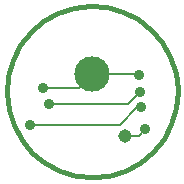
<source format=gbl>
G04 (created by PCBNEW-RS274X (2011-05-25)-stable) date Mon 20 Aug 2012 19:38:16 BST*
G01*
G70*
G90*
%MOIN*%
G04 Gerber Fmt 3.4, Leading zero omitted, Abs format*
%FSLAX34Y34*%
G04 APERTURE LIST*
%ADD10C,0.006000*%
%ADD11C,0.015000*%
%ADD12C,0.118100*%
%ADD13C,0.045000*%
%ADD14C,0.035000*%
%ADD15C,0.008000*%
G04 APERTURE END LIST*
G54D10*
G54D11*
X42224Y-39370D02*
X42169Y-39924D01*
X42008Y-40457D01*
X41747Y-40949D01*
X41395Y-41381D01*
X40965Y-41736D01*
X40475Y-42000D01*
X39943Y-42165D01*
X39389Y-42223D01*
X38836Y-42173D01*
X38301Y-42016D01*
X37808Y-41758D01*
X37374Y-41409D01*
X37016Y-40982D01*
X36747Y-40494D01*
X36579Y-39963D01*
X36517Y-39409D01*
X36563Y-38855D01*
X36717Y-38320D01*
X36972Y-37824D01*
X37318Y-37388D01*
X37742Y-37027D01*
X38228Y-36755D01*
X38758Y-36583D01*
X39311Y-36517D01*
X39865Y-36560D01*
X40402Y-36710D01*
X40899Y-36961D01*
X41338Y-37304D01*
X41702Y-37725D01*
X41977Y-38210D01*
X42153Y-38738D01*
X42222Y-39291D01*
X42224Y-39370D01*
G54D12*
X39370Y-38780D03*
G54D13*
X40453Y-40846D03*
G54D14*
X37742Y-39234D03*
X40915Y-38795D03*
X37279Y-40482D03*
X40982Y-39892D03*
X41145Y-40621D03*
X37934Y-39788D03*
X40976Y-39362D03*
G54D15*
X40900Y-38780D02*
X40915Y-38795D01*
X39370Y-38780D02*
X40900Y-38780D01*
X38916Y-39234D02*
X37742Y-39234D01*
X39370Y-38780D02*
X38916Y-39234D01*
X40878Y-39892D02*
X40982Y-39892D01*
X40288Y-40482D02*
X40878Y-39892D01*
X37279Y-40482D02*
X40288Y-40482D01*
X40920Y-40846D02*
X41145Y-40621D01*
X40453Y-40846D02*
X40920Y-40846D01*
X40550Y-39788D02*
X37934Y-39788D01*
X40976Y-39362D02*
X40550Y-39788D01*
M02*

</source>
